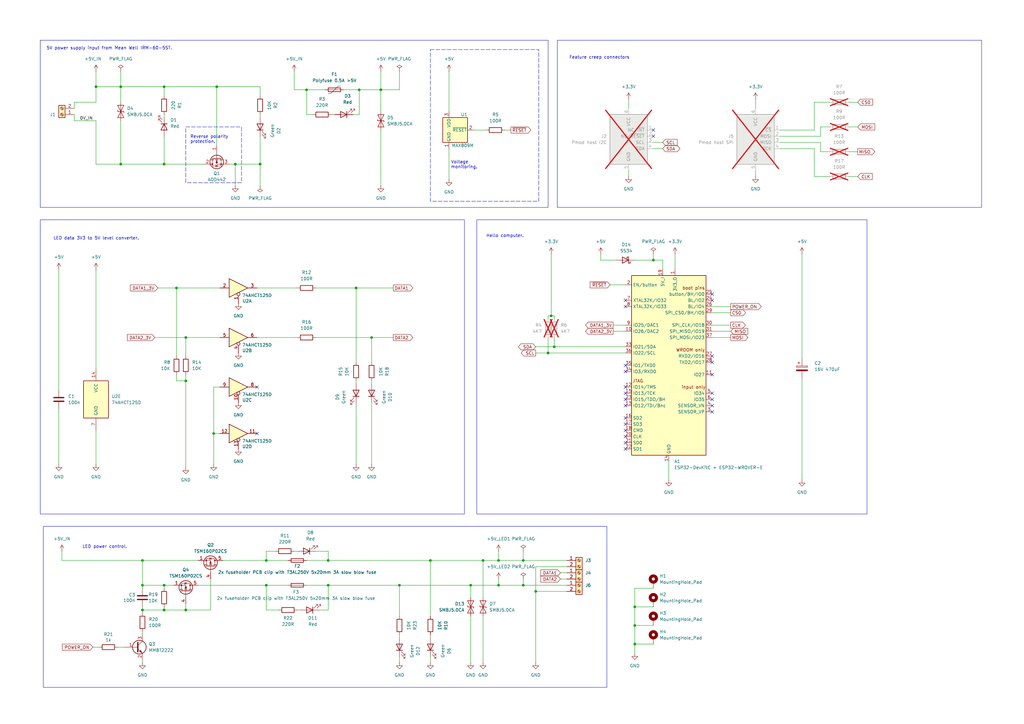
<source format=kicad_sch>
(kicad_sch (version 20231120) (generator "eeschema") (generator_version "8.0")
  (paper "A3")
  (title_block (title "ADLSC, Atoomnet's Digital Led String Controller") (date "2025-01-05") (rev "V1.0") (company "https://github.com/atoomnetmarc/ADLSC") (comment 1 "Apache License 2.0"))
  (junction (at 58.42 229.87))
  (junction (at 156.21 36.83))
  (junction (at 39.37 35.56))
  (junction (at 146.05 118.11))
  (junction (at 72.39 118.11))
  (junction (at 198.12 229.87))
  (junction (at 76.2 156.21))
  (junction (at 109.22 240.03))
  (junction (at 260.35 256.54))
  (junction (at 260.35 248.92))
  (junction (at 67.31 35.56))
  (junction (at 226.06 129.54))
  (junction (at 58.42 250.19))
  (junction (at 152.4 138.43))
  (junction (at 224.79 144.78))
  (junction (at 67.31 67.31))
  (junction (at 260.35 264.16))
  (junction (at 193.04 240.03))
  (junction (at 76.2 138.43))
  (junction (at 106.68 67.31))
  (junction (at 204.47 229.87))
  (junction (at 219.71 242.57))
  (junction (at 96.52 67.31))
  (junction (at 134.62 229.87))
  (junction (at 204.47 240.03))
  (junction (at 49.53 35.56))
  (junction (at 125.73 36.83))
  (junction (at 214.63 240.03))
  (junction (at 214.63 229.87))
  (junction (at 134.62 240.03))
  (junction (at 147.32 36.83))
  (junction (at 109.22 229.87))
  (junction (at 163.83 240.03))
  (junction (at 58.42 240.03))
  (junction (at 76.2 250.19))
  (junction (at 227.33 142.24))
  (junction (at 176.53 229.87))
  (junction (at 267.97 106.68))
  (junction (at 67.31 240.03))
  (junction (at 88.9 35.56))
  (junction (at 67.31 250.19))
  (junction (at 49.53 67.31))
  (junction (at 87.63 177.8))
  (no_connect (at 256.54 166.37))
  (no_connect (at 267.97 55.88))
  (no_connect (at 292.1 161.29))
  (no_connect (at 292.1 146.05))
  (no_connect (at 292.1 148.59))
  (no_connect (at 256.54 184.15))
  (no_connect (at 292.1 168.91))
  (no_connect (at 256.54 123.19))
  (no_connect (at 256.54 161.29))
  (no_connect (at 256.54 181.61))
  (no_connect (at 292.1 123.19))
  (no_connect (at 292.1 166.37))
  (no_connect (at 256.54 158.75))
  (no_connect (at 105.41 177.8))
  (no_connect (at 256.54 163.83))
  (no_connect (at 292.1 153.67))
  (no_connect (at 256.54 152.4))
  (no_connect (at 256.54 149.86))
  (no_connect (at 256.54 179.07))
  (no_connect (at 256.54 171.45))
  (no_connect (at 267.97 53.34))
  (no_connect (at 105.41 158.75))
  (no_connect (at 256.54 176.53))
  (no_connect (at 292.1 163.83))
  (no_connect (at 256.54 125.73))
  (no_connect (at 292.1 120.65))
  (no_connect (at 256.54 173.99))
  (wire (pts (xy 163.83 240.03) (xy 163.83 252.73)))
  (wire (pts (xy 260.35 256.54) (xy 260.35 264.16)))
  (wire (pts (xy 67.31 250.19) (xy 58.42 250.19)))
  (wire (pts (xy 267.97 106.68) (xy 271.78 106.68)))
  (wire (pts (xy 347.98 52.07) (xy 351.79 52.07)))
  (wire (pts (xy 214.63 229.87) (xy 204.47 229.87)))
  (wire (pts (xy 176.53 271.78) (xy 176.53 269.24)))
  (wire (pts (xy 219.71 242.57) (xy 219.71 271.78)))
  (wire (pts (xy 184.15 29.21) (xy 184.15 45.72)))
  (wire (pts (xy 49.53 35.56) (xy 49.53 41.91)))
  (wire (pts (xy 25.4 226.06) (xy 25.4 229.87)))
  (wire (pts (xy 334.01 72.39) (xy 334.01 60.96)))
  (wire (pts (xy 267.97 248.92) (xy 260.35 248.92)))
  (wire (pts (xy 134.62 229.87) (xy 176.53 229.87)))
  (wire (pts (xy 86.36 250.19) (xy 76.2 250.19)))
  (wire (pts (xy 328.93 104.14) (xy 328.93 147.32)))
  (wire (pts (xy 72.39 118.11) (xy 90.17 118.11)))
  (wire (pts (xy 67.31 240.03) (xy 58.42 240.03)))
  (wire (pts (xy 156.21 29.21) (xy 156.21 36.83)))
  (wire (pts (xy 340.36 72.39) (xy 334.01 72.39)))
  (wire (pts (xy 49.53 49.53) (xy 49.53 67.31)))
  (wire (pts (xy 309.88 40.64) (xy 309.88 44.45)))
  (wire (pts (xy 219.71 232.41) (xy 232.41 232.41)))
  (wire (pts (xy 224.79 144.78) (xy 219.71 144.78)))
  (wire (pts (xy 39.37 110.49) (xy 39.37 151.13)))
  (wire (pts (xy 58.42 229.87) (xy 81.28 229.87)))
  (wire (pts (xy 129.54 138.43) (xy 152.4 138.43)))
  (wire (pts (xy 30.48 41.91) (xy 30.48 44.45)))
  (wire (pts (xy 67.31 241.3) (xy 67.31 240.03)))
  (wire (pts (xy 120.65 226.06) (xy 121.92 226.06)))
  (wire (pts (xy 227.33 142.24) (xy 219.71 142.24)))
  (wire (pts (xy 125.73 46.99) (xy 128.27 46.99)))
  (wire (pts (xy 72.39 156.21) (xy 76.2 156.21)))
  (wire (pts (xy 146.05 118.11) (xy 146.05 148.59)))
  (wire (pts (xy 87.63 158.75) (xy 90.17 158.75)))
  (wire (pts (xy 109.22 229.87) (xy 118.11 229.87)))
  (wire (pts (xy 320.04 53.34) (xy 334.01 53.34)))
  (wire (pts (xy 204.47 229.87) (xy 198.12 229.87)))
  (wire (pts (xy 39.37 35.56) (xy 49.53 35.56)))
  (wire (pts (xy 146.05 156.21) (xy 146.05 157.48)))
  (wire (pts (xy 67.31 46.99) (xy 67.31 48.26)))
  (wire (pts (xy 198.12 252.73) (xy 198.12 271.78)))
  (wire (pts (xy 39.37 35.56) (xy 39.37 41.91)))
  (wire (pts (xy 39.37 67.31) (xy 49.53 67.31)))
  (wire (pts (xy 152.4 138.43) (xy 161.29 138.43)))
  (wire (pts (xy 125.73 36.83) (xy 133.35 36.83)))
  (wire (pts (xy 156.21 53.34) (xy 156.21 76.2)))
  (wire (pts (xy 292.1 135.89) (xy 299.72 135.89)))
  (wire (pts (xy 194.31 53.34) (xy 199.39 53.34)))
  (wire (pts (xy 106.68 76.2) (xy 106.68 67.31)))
  (wire (pts (xy 219.71 242.57) (xy 232.41 242.57)))
  (wire (pts (xy 147.32 46.99) (xy 144.78 46.99)))
  (wire (pts (xy 163.83 29.21) (xy 163.83 36.83)))
  (wire (pts (xy 340.36 62.23) (xy 336.55 62.23)))
  (wire (pts (xy 140.97 36.83) (xy 147.32 36.83)))
  (wire (pts (xy 246.38 104.14) (xy 246.38 106.68)))
  (wire (pts (xy 30.48 41.91) (xy 39.37 41.91)))
  (wire (pts (xy 39.37 176.53) (xy 39.37 190.5)))
  (wire (pts (xy 24.13 167.64) (xy 24.13 190.5)))
  (wire (pts (xy 146.05 190.5) (xy 146.05 165.1)))
  (wire (pts (xy 76.2 153.67) (xy 76.2 156.21)))
  (wire (pts (xy 106.68 46.99) (xy 106.68 48.26)))
  (wire (pts (xy 267.97 241.3) (xy 260.35 241.3)))
  (wire (pts (xy 224.79 144.78) (xy 256.54 144.78)))
  (wire (pts (xy 226.06 129.54) (xy 227.33 129.54)))
  (wire (pts (xy 176.53 229.87) (xy 198.12 229.87)))
  (wire (pts (xy 58.42 229.87) (xy 58.42 240.03)))
  (wire (pts (xy 114.3 250.19) (xy 109.22 250.19)))
  (wire (pts (xy 219.71 232.41) (xy 219.71 242.57)))
  (wire (pts (xy 58.42 241.3) (xy 58.42 240.03)))
  (wire (pts (xy 229.87 234.95) (xy 232.41 234.95)))
  (wire (pts (xy 25.4 229.87) (xy 58.42 229.87)))
  (wire (pts (xy 147.32 36.83) (xy 156.21 36.83)))
  (wire (pts (xy 147.32 46.99) (xy 147.32 36.83)))
  (wire (pts (xy 156.21 36.83) (xy 156.21 45.72)))
  (wire (pts (xy 134.62 240.03) (xy 163.83 240.03)))
  (wire (pts (xy 214.63 226.06) (xy 214.63 229.87)))
  (wire (pts (xy 67.31 35.56) (xy 67.31 39.37)))
  (wire (pts (xy 67.31 55.88) (xy 67.31 67.31)))
  (wire (pts (xy 120.65 36.83) (xy 120.65 29.21)))
  (wire (pts (xy 109.22 226.06) (xy 109.22 229.87)))
  (wire (pts (xy 163.83 260.35) (xy 163.83 261.62)))
  (wire (pts (xy 214.63 229.87) (xy 232.41 229.87)))
  (wire (pts (xy 30.48 49.53) (xy 30.48 46.99)))
  (wire (pts (xy 347.98 41.91) (xy 351.79 41.91)))
  (wire (pts (xy 276.86 104.14) (xy 276.86 110.49)))
  (wire (pts (xy 224.79 130.81) (xy 224.79 129.54)))
  (wire (pts (xy 67.31 35.56) (xy 88.9 35.56)))
  (wire (pts (xy 204.47 226.06) (xy 204.47 229.87)))
  (wire (pts (xy 125.73 240.03) (xy 134.62 240.03)))
  (wire (pts (xy 334.01 41.91) (xy 340.36 41.91)))
  (wire (pts (xy 347.98 62.23) (xy 351.79 62.23)))
  (wire (pts (xy 86.36 237.49) (xy 86.36 250.19)))
  (wire (pts (xy 320.04 60.96) (xy 334.01 60.96)))
  (wire (pts (xy 214.63 240.03) (xy 232.41 240.03)))
  (wire (pts (xy 87.63 177.8) (xy 87.63 190.5)))
  (wire (pts (xy 118.11 240.03) (xy 109.22 240.03)))
  (wire (pts (xy 260.35 248.92) (xy 260.35 256.54)))
  (wire (pts (xy 299.72 125.73) (xy 292.1 125.73)))
  (wire (pts (xy 292.1 138.43) (xy 299.72 138.43)))
  (wire (pts (xy 63.5 138.43) (xy 76.2 138.43)))
  (wire (pts (xy 81.28 240.03) (xy 109.22 240.03)))
  (wire (pts (xy 72.39 153.67) (xy 72.39 156.21)))
  (wire (pts (xy 292.1 128.27) (xy 299.72 128.27)))
  (wire (pts (xy 58.42 270.51) (xy 58.42 271.78)))
  (wire (pts (xy 125.73 229.87) (xy 134.62 229.87)))
  (wire (pts (xy 105.41 118.11) (xy 121.92 118.11)))
  (wire (pts (xy 193.04 252.73) (xy 193.04 271.78)))
  (wire (pts (xy 39.37 49.53) (xy 30.48 49.53)))
  (wire (pts (xy 193.04 245.11) (xy 193.04 240.03)))
  (wire (pts (xy 204.47 240.03) (xy 193.04 240.03)))
  (wire (pts (xy 96.52 67.31) (xy 96.52 76.2)))
  (wire (pts (xy 163.83 240.03) (xy 193.04 240.03)))
  (wire (pts (xy 267.97 264.16) (xy 260.35 264.16)))
  (wire (pts (xy 146.05 118.11) (xy 161.29 118.11)))
  (wire (pts (xy 129.54 226.06) (xy 134.62 226.06)))
  (wire (pts (xy 49.53 35.56) (xy 67.31 35.56)))
  (wire (pts (xy 224.79 138.43) (xy 224.79 144.78)))
  (wire (pts (xy 121.92 250.19) (xy 123.19 250.19)))
  (wire (pts (xy 134.62 226.06) (xy 134.62 229.87)))
  (wire (pts (xy 184.15 60.96) (xy 184.15 73.66)))
  (wire (pts (xy 76.2 247.65) (xy 76.2 250.19)))
  (wire (pts (xy 76.2 250.19) (xy 67.31 250.19)))
  (wire (pts (xy 106.68 55.88) (xy 106.68 67.31)))
  (wire (pts (xy 67.31 248.92) (xy 67.31 250.19)))
  (wire (pts (xy 251.46 133.35) (xy 256.54 133.35)))
  (wire (pts (xy 91.44 229.87) (xy 109.22 229.87)))
  (wire (pts (xy 246.38 106.68) (xy 252.73 106.68)))
  (wire (pts (xy 320.04 58.42) (xy 336.55 58.42)))
  (wire (pts (xy 106.68 35.56) (xy 106.68 39.37)))
  (wire (pts (xy 152.4 148.59) (xy 152.4 138.43)))
  (wire (pts (xy 76.2 138.43) (xy 90.17 138.43)))
  (wire (pts (xy 336.55 52.07) (xy 336.55 55.88)))
  (wire (pts (xy 229.87 237.49) (xy 232.41 237.49)))
  (wire (pts (xy 38.1 265.43) (xy 40.64 265.43)))
  (wire (pts (xy 58.42 251.46) (xy 58.42 250.19)))
  (wire (pts (xy 24.13 110.49) (xy 24.13 160.02)))
  (wire (pts (xy 176.53 260.35) (xy 176.53 261.62)))
  (wire (pts (xy 267.97 104.14) (xy 267.97 106.68)))
  (wire (pts (xy 226.06 104.14) (xy 226.06 129.54)))
  (wire (pts (xy 292.1 133.35) (xy 299.72 133.35)))
  (wire (pts (xy 227.33 138.43) (xy 227.33 142.24)))
  (wire (pts (xy 204.47 237.49) (xy 204.47 240.03)))
  (wire (pts (xy 152.4 156.21) (xy 152.4 157.48)))
  (wire (pts (xy 257.81 69.85) (xy 257.81 72.39)))
  (wire (pts (xy 336.55 62.23) (xy 336.55 58.42)))
  (wire (pts (xy 130.81 250.19) (xy 134.62 250.19)))
  (wire (pts (xy 257.81 40.64) (xy 257.81 44.45)))
  (wire (pts (xy 309.88 69.85) (xy 309.88 72.39)))
  (wire (pts (xy 67.31 67.31) (xy 83.82 67.31)))
  (wire (pts (xy 39.37 67.31) (xy 39.37 49.53)))
  (wire (pts (xy 163.83 271.78) (xy 163.83 269.24)))
  (wire (pts (xy 224.79 129.54) (xy 226.06 129.54)))
  (wire (pts (xy 347.98 72.39) (xy 351.79 72.39)))
  (wire (pts (xy 260.35 241.3) (xy 260.35 248.92)))
  (wire (pts (xy 271.78 106.68) (xy 271.78 110.49)))
  (wire (pts (xy 76.2 146.05) (xy 76.2 138.43)))
  (wire (pts (xy 49.53 29.21) (xy 49.53 35.56)))
  (wire (pts (xy 163.83 36.83) (xy 156.21 36.83)))
  (wire (pts (xy 39.37 35.56) (xy 39.37 29.21)))
  (wire (pts (xy 334.01 53.34) (xy 334.01 41.91)))
  (wire (pts (xy 125.73 36.83) (xy 125.73 46.99)))
  (wire (pts (xy 87.63 158.75) (xy 87.63 177.8)))
  (wire (pts (xy 58.42 260.35) (xy 58.42 259.08)))
  (wire (pts (xy 135.89 46.99) (xy 137.16 46.99)))
  (wire (pts (xy 88.9 35.56) (xy 106.68 35.56)))
  (wire (pts (xy 152.4 190.5) (xy 152.4 165.1)))
  (wire (pts (xy 260.35 264.16) (xy 260.35 267.97)))
  (wire (pts (xy 134.62 250.19) (xy 134.62 240.03)))
  (wire (pts (xy 250.19 116.84) (xy 256.54 116.84)))
  (wire (pts (xy 113.03 226.06) (xy 109.22 226.06)))
  (wire (pts (xy 267.97 256.54) (xy 260.35 256.54)))
  (wire (pts (xy 120.65 36.83) (xy 125.73 36.83)))
  (wire (pts (xy 251.46 135.89) (xy 256.54 135.89)))
  (wire (pts (xy 87.63 177.8) (xy 90.17 177.8)))
  (wire (pts (xy 320.04 55.88) (xy 336.55 55.88)))
  (wire (pts (xy 129.54 118.11) (xy 146.05 118.11)))
  (wire (pts (xy 207.01 53.34) (xy 209.55 53.34)))
  (wire (pts (xy 260.35 106.68) (xy 267.97 106.68)))
  (wire (pts (xy 267.97 60.96) (xy 271.78 60.96)))
  (wire (pts (xy 227.33 129.54) (xy 227.33 130.81)))
  (wire (pts (xy 88.9 35.56) (xy 88.9 59.69)))
  (wire (pts (xy 198.12 245.11) (xy 198.12 229.87)))
  (wire (pts (xy 58.42 250.19) (xy 58.42 248.92)))
  (wire (pts (xy 328.93 154.94) (xy 328.93 196.85)))
  (wire (pts (xy 340.36 52.07) (xy 336.55 52.07)))
  (wire (pts (xy 64.77 118.11) (xy 72.39 118.11)))
  (wire (pts (xy 48.26 265.43) (xy 50.8 265.43)))
  (wire (pts (xy 214.63 237.49) (xy 214.63 240.03)))
  (wire (pts (xy 274.32 189.23) (xy 274.32 196.85)))
  (wire (pts (xy 49.53 67.31) (xy 67.31 67.31)))
  (wire (pts (xy 105.41 138.43) (xy 121.92 138.43)))
  (wire (pts (xy 72.39 118.11) (xy 72.39 146.05)))
  (wire (pts (xy 109.22 250.19) (xy 109.22 240.03)))
  (wire (pts (xy 71.12 240.03) (xy 67.31 240.03)))
  (wire (pts (xy 214.63 240.03) (xy 204.47 240.03)))
  (wire (pts (xy 106.68 67.31) (xy 96.52 67.31)))
  (wire (pts (xy 93.98 67.31) (xy 96.52 67.31)))
  (wire (pts (xy 267.97 58.42) (xy 271.78 58.42)))
  (wire (pts (xy 176.53 229.87) (xy 176.53 252.73)))
  (wire (pts (xy 76.2 156.21) (xy 76.2 191.77)))
  (wire (pts (xy 227.33 142.24) (xy 256.54 142.24)))
  (rectangle (start 17.78 215.9) (end 248.92 281.94))
  (rectangle (start 176.53 20.32) (end 220.98 82.55) (stroke (width 0) (type dash)))
  (rectangle (start 76.2 52.07) (end 99.06 74.93) (stroke (width 0) (type dash)))
  (rectangle (start 195.58 90.17) (end 355.6 210.82))
  (rectangle (start 16.51 16.51) (end 224.79 85.09))
  (rectangle (start 228.6 16.51) (end 402.59 85.09))
  (rectangle (start 16.51 90.17) (end 190.5 210.82))
  (text "Voltage\nmonitoring." (at 184.912 69.342 0) (effects (font (size 1.27 1.27)) (justify left bottom)))
  (text "LED power control.\n" (at 33.782 225.044 0) (effects (font (size 1.27 1.27)) (justify left bottom)))
  (text "5V power supply input from Mean Well IRM-60-5ST.\n" (at 19.05 20.574 0) (effects (font (size 1.27 1.27)) (justify left bottom)))
  (text "LED data 3V3 to 5V level converter." (at 21.844 98.552 0) (effects (font (size 1.27 1.27)) (justify left bottom)))
  (text "Reverse polarity\nprotection." (at 77.978 58.928 0) (effects (font (size 1.27 1.27)) (justify left bottom)))
  (text "Feature creep connectors" (at 233.426 24.384 0) (effects (font (size 1.27 1.27)) (justify left bottom)))
  (text "Hello computer." (at 199.39 97.536 0) (effects (font (size 1.27 1.27)) (justify left bottom)))
  (label "0V_IN" (at 38.1 49.53 180))
  (global_label "MISO" (shape input) (at 299.72 135.89 0) (property "Intersheetrefs" "${INTERSHEET_REFS}" (effects (hide yes))))
  (global_label "CS0" (shape input) (at 351.79 41.91 0) (property "Intersheetrefs" "${INTERSHEET_REFS}" (effects (hide yes))))
  (global_label "DATA2" (shape input) (at 229.87 237.49 180) (property "Intersheetrefs" "${INTERSHEET_REFS}" (effects (hide yes))))
  (global_label "DATA2" (shape output) (at 161.29 138.43 0) (property "Intersheetrefs" "${INTERSHEET_REFS}" (effects (hide yes))))
  (global_label "SCL" (shape output) (at 219.71 144.78 180) (property "Intersheetrefs" "${INTERSHEET_REFS}" (effects (hide yes))))
  (global_label "CLK" (shape input) (at 351.79 72.39 0) (property "Intersheetrefs" "${INTERSHEET_REFS}" (effects (hide yes))))
  (global_label "MOSI" (shape output) (at 299.72 138.43 0) (property "Intersheetrefs" "${INTERSHEET_REFS}" (effects (hide yes))))
  (global_label "~{RESET}" (shape input) (at 250.19 116.84 180) (property "Intersheetrefs" "${INTERSHEET_REFS}" (effects (hide yes))))
  (global_label "~{RESET}" (shape output) (at 209.55 53.34 0) (property "Intersheetrefs" "${INTERSHEET_REFS}" (effects (hide yes))))
  (global_label "DATA2_3V" (shape output) (at 251.46 135.89 180) (property "Intersheetrefs" "${INTERSHEET_REFS}" (effects (hide yes))))
  (global_label "POWER_ON" (shape output) (at 299.72 125.73 0) (property "Intersheetrefs" "${INTERSHEET_REFS}" (effects (hide yes))))
  (global_label "CS0" (shape output) (at 299.72 128.27 0) (property "Intersheetrefs" "${INTERSHEET_REFS}" (effects (hide yes))))
  (global_label "DATA1" (shape input) (at 229.87 234.95 180) (property "Intersheetrefs" "${INTERSHEET_REFS}" (effects (hide yes))))
  (global_label "MOSI" (shape input) (at 351.79 52.07 0) (property "Intersheetrefs" "${INTERSHEET_REFS}" (effects (hide yes))))
  (global_label "SDA" (shape bidirectional) (at 219.71 142.24 180) (property "Intersheetrefs" "${INTERSHEET_REFS}" (effects (hide yes))))
  (global_label "POWER_ON" (shape input) (at 38.1 265.43 180) (property "Intersheetrefs" "${INTERSHEET_REFS}" (effects (hide yes))))
  (global_label "MISO" (shape output) (at 351.79 62.23 0) (property "Intersheetrefs" "${INTERSHEET_REFS}" (effects (hide yes))))
  (global_label "SCL" (shape input) (at 271.78 58.42 0) (property "Intersheetrefs" "${INTERSHEET_REFS}" (effects (hide yes))))
  (global_label "CLK" (shape output) (at 299.72 133.35 0) (property "Intersheetrefs" "${INTERSHEET_REFS}" (effects (hide yes))))
  (global_label "DATA1_3V" (shape output) (at 251.46 133.35 180) (property "Intersheetrefs" "${INTERSHEET_REFS}" (effects (hide yes))))
  (global_label "SDA" (shape bidirectional) (at 271.78 60.96 0) (property "Intersheetrefs" "${INTERSHEET_REFS}" (effects (hide yes))))
  (global_label "DATA2_3V" (shape input) (at 63.5 138.43 180) (property "Intersheetrefs" "${INTERSHEET_REFS}" (effects (hide yes))))
  (global_label "DATA1" (shape output) (at 161.29 118.11 0) (property "Intersheetrefs" "${INTERSHEET_REFS}" (effects (hide yes))))
  (global_label "DATA1_3V" (shape input) (at 64.77 118.11 180) (property "Intersheetrefs" "${INTERSHEET_REFS}" (effects (hide yes))))
  (symbol (lib_id "power:GND") (at 309.88 72.39 0) (unit 1)
    (property "Reference" "#PWR015" (effects (hide yes)))
    (property "Value" "GND" (at 309.88 77.47 0))
    (property "Description" "Power symbol creates a global label with name \"GND\" , ground" (effects (hide yes)))
  )
  (symbol (lib_id "Mechanical:MountingHole_Pad") (at 267.97 246.38 0) (unit 1) (exclude_from_sim yes) (in_bom no)
    (property "Reference" "H2" (at 270.51 243.8399 0) (effects (justify left)))
    (property "Value" "MountingHole_Pad" (at 270.51 246.3799 0) (effects (justify left)))
    (property "Footprint" "MountingHole:MountingHole_3.2mm_M3_Pad_Via" (effects (hide yes)))
    (property "Description" "Mounting Hole with connection" (effects (hide yes)))
  )
  (symbol (lib_id "power:GND") (at 87.63 190.5 0) (unit 1)
    (property "Reference" "#PWR07" (effects (hide yes)))
    (property "Value" "GND" (at 87.63 195.58 0))
    (property "Description" "Power symbol creates a global label with name \"GND\" , ground" (effects (hide yes)))
  )
  (symbol (lib_id "Device:C") (at 24.13 163.83 0) (unit 1)
    (property "Reference" "C1" (at 27.94 162.56 0) (effects (justify left)))
    (property "Value" "100n" (at 27.94 165.1 0) (effects (justify left)))
    (property "Footprint" "Capacitor_SMD:C_0805_2012Metric_Pad1.18x1.45mm_HandSolder" (effects (hide yes)))
    (property "Description" "Unpolarized capacitor" (effects (hide yes)))
  )
  (symbol (lib_id "Device:R") (at 116.84 226.06 90) (unit 1)
    (property "Reference" "R11" (at 116.84 219.71 90))
    (property "Value" "220R" (at 116.84 222.25 90))
    (property "Footprint" "Resistor_SMD:R_0805_2012Metric_Pad1.20x1.40mm_HandSolder" (effects (hide yes)))
    (property "Description" "Resistor" (effects (hide yes)))
  )
  (symbol (lib_id "power:+5V") (at 120.65 29.21 0) (unit 1)
    (property "Reference" "#PWR023" (effects (hide yes)))
    (property "Value" "+5V_IN" (at 120.65 24.13 0))
    (property "Description" "Power symbol creates a global label with name \"+5V\"" (effects (hide yes)))
  )
  (symbol (lib_id "power:GND") (at 328.93 196.85 0) (unit 1)
    (property "Reference" "#PWR026" (effects (hide yes)))
    (property "Value" "GND" (at 328.93 201.93 0))
    (property "Description" "Power symbol creates a global label with name \"GND\" , ground" (effects (hide yes)))
  )
  (symbol (lib_id "power:+3.3V") (at 257.81 40.64 0) (mirror y) (unit 1)
    (property "Reference" "#PWR016" (effects (hide yes)))
    (property "Value" "+3.3V" (at 257.81 35.56 0))
    (property "Description" "Power symbol creates a global label with name \"+3.3V\"" (effects (hide yes)))
  )
  (symbol (lib_id "74xx:74LS125") (at 97.79 177.8 0) (unit 4)
    (property "Reference" "U2" (at 101.346 183.134 0))
    (property "Value" "74AHCT125D" (at 105.41 180.848 0))
    (property "Footprint" "Package_SO:SOIC-14_3.9x8.7mm_P1.27mm" (effects (hide yes)))
    (property "Datasheet" "http://www.ti.com/lit/gpn/sn74LS125" (effects (hide yes)))
    (property "Description" "Quad buffer 3-State outputs" (effects (hide yes)))
  )
  (symbol (lib_id "power:GND") (at 146.05 190.5 0) (mirror y) (unit 1)
    (property "Reference" "#PWR018" (effects (hide yes)))
    (property "Value" "GND" (at 146.05 195.58 0))
    (property "Description" "Power symbol creates a global label with name \"GND\" , ground" (effects (hide yes)))
  )
  (symbol (lib_id "Transistor_FET:QM6006D") (at 88.9 64.77 90) (mirror x) (unit 1)
    (property "Reference" "Q1" (at 88.9 71.12 90))
    (property "Value" "AOD442" (at 88.9 73.66 90))
    (property "Footprint" "Package_TO_SOT_SMD:TO-252-2" (effects (hide yes)))
    (property "Datasheet" "http://www.jaolen.com/images/pdf/QM6006D.pdf" (effects (hide yes)))
    (property "Description" "35A Id, 60V Vds, N-Channel Power MOSFET, 18mOhm Ron, 19.3nC Qg (typ), TO252" (effects (hide yes)))
    (property "Sim.Device" "NMOS" (effects (hide yes)))
    (property "Sim.Type" "VDMOS" (effects (hide yes)))
    (property "Sim.Pins" "1=D 2=G 3=S" (effects (hide yes)))
  )
  (symbol (lib_id "power:+5V") (at 204.47 226.06 0) (mirror y) (unit 1)
    (property "Reference" "#PWR038" (effects (hide yes)))
    (property "Value" "+5V_LED1" (at 204.47 220.98 0))
    (property "Description" "Power symbol creates a global label with name \"+5V\"" (effects (hide yes)))
  )
  (symbol (lib_id "power:+5V") (at 246.38 104.14 0) (unit 1)
    (property "Reference" "#PWR025" (effects (hide yes)))
    (property "Value" "+5V" (at 246.38 99.06 0))
    (property "Description" "Power symbol creates a global label with name \"+5V\"" (effects (hide yes)))
  )
  (symbol (lib_id "Device:R") (at 203.2 53.34 90) (unit 1)
    (property "Reference" "R5" (at 203.2 46.99 90))
    (property "Value" "100R" (at 203.2 49.53 90))
    (property "Footprint" "Resistor_SMD:R_0805_2012Metric_Pad1.20x1.40mm_HandSolder" (effects (hide yes)))
    (property "Description" "Resistor" (effects (hide yes)))
  )
  (symbol (lib_id "power:+5V") (at 156.21 29.21 0) (unit 1)
    (property "Reference" "#PWR034" (effects (hide yes)))
    (property "Value" "+5V" (at 156.21 24.13 0))
    (property "Description" "Power symbol creates a global label with name \"+5V\"" (effects (hide yes)))
  )
  (symbol (lib_id "Device:R") (at 132.08 46.99 90) (unit 1)
    (property "Reference" "R3" (at 132.08 40.64 90))
    (property "Value" "220R" (at 132.08 43.18 90))
    (property "Footprint" "Resistor_SMD:R_0805_2012Metric_Pad1.20x1.40mm_HandSolder" (effects (hide yes)))
    (property "Description" "Resistor" (effects (hide yes)))
  )
  (symbol (lib_id "Device:Polyfuse") (at 137.16 36.83 90) (unit 1)
    (property "Reference" "F1" (at 137.16 30.48 90))
    (property "Value" "Polyfuse 0.5A >5V" (at 137.16 33.02 90))
    (property "Footprint" "Fuse:Fuse_1812_4532Metric_Pad1.30x3.40mm_HandSolder" (effects (hide yes)))
    (property "Description" "Resettable fuse, polymeric positive temperature coefficient" (effects (hide yes)))
  )
  (symbol (lib_id "power:GND") (at 152.4 190.5 0) (unit 1)
    (property "Reference" "#PWR019" (effects (hide yes)))
    (property "Value" "GND" (at 152.4 195.58 0))
    (property "Description" "Power symbol creates a global label with name \"GND\" , ground" (effects (hide yes)))
  )
  (symbol (lib_id "Device:R") (at 163.83 256.54 0) (unit 1)
    (property "Reference" "R23" (at 170.18 256.54 90))
    (property "Value" "10K" (at 167.64 256.54 90))
    (property "Footprint" "Resistor_SMD:R_0805_2012Metric_Pad1.20x1.40mm_HandSolder" (effects (hide yes)))
    (property "Description" "Resistor" (effects (hide yes)))
  )
  (symbol (lib_id "Connector-extra:Pmod-host-i2c") (at 257.81 57.15 0) (mirror y) (unit 1) (in_bom no) (dnp yes)
    (property "Reference" "J2" (at 248.92 55.8799 0) (effects (justify left)))
    (property "Value" "Pmod host I2C" (at 248.92 58.4199 0) (effects (justify left)))
    (property "Footprint" "Connector_PinSocket_2.54mm-extra:PinSocket_1x06_P2.54mm_Horizontal" (effects (hide yes)))
    (property "Datasheet" "https://digilent.com/reference/pmod/start" (effects (hide yes)))
    (property "Description" "Pmod Interface Type 6 (I²C) host" (effects (hide yes)))
  )
  (symbol (lib_id "Device:C") (at 58.42 245.11 0) (mirror y) (unit 1)
    (property "Reference" "C3" (at 55.499 243.9416 0) (effects (justify left)))
    (property "Value" "100n" (at 55.499 246.253 0) (effects (justify left)))
    (property "Footprint" "Capacitor_SMD:C_0805_2012Metric_Pad1.18x1.45mm_HandSolder" (effects (hide yes)))
    (property "Description" "Unpolarized capacitor" (effects (hide yes)))
  )
  (symbol (lib_id "Device:R") (at 125.73 138.43 90) (unit 1)
    (property "Reference" "R16" (at 125.73 132.08 90))
    (property "Value" "100R" (at 125.73 134.62 90))
    (property "Footprint" "Resistor_SMD:R_0805_2012Metric_Pad1.20x1.40mm_HandSolder" (effects (hide yes)))
    (property "Description" "Resistor" (effects (hide yes)))
  )
  (symbol (lib_id "Diode:SMAJ5.0CA") (at 49.53 45.72 270) (unit 1)
    (property "Reference" "D4" (at 52.07 44.4499 90) (effects (justify left)))
    (property "Value" "SMBJ5.0CA" (at 52.07 46.9899 90) (effects (justify left)))
    (property "Footprint" "Diode_SMD:D_SMA" (effects (hide yes)))
    (property "Datasheet" "https://www.littelfuse.com/media?resourcetype=datasheets&itemid=75e32973-b177-4ee3-a0ff-cedaf1abdb93&filename=smaj-datasheet" (effects (hide yes)))
    (property "Description" "400W bidirectional Transient Voltage Suppressor, 5.0Vr, SMA(DO-214AC)" (effects (hide yes)))
  )
  (symbol (lib_id "power:GND") (at 156.21 76.2 0) (unit 1)
    (property "Reference" "#PWR035" (effects (hide yes)))
    (property "Value" "GND" (at 156.21 81.28 0))
    (property "Description" "Power symbol creates a global label with name \"GND\" , ground" (effects (hide yes)))
  )
  (symbol (lib_id "power:+5V") (at 328.93 104.14 0) (unit 1)
    (property "Reference" "#PWR024" (effects (hide yes)))
    (property "Value" "+5V" (at 328.93 99.06 0))
    (property "Description" "Power symbol creates a global label with name \"+5V\"" (effects (hide yes)))
  )
  (symbol (lib_id "Device:LED") (at 176.53 265.43 90) (unit 1)
    (property "Reference" "D6" (at 184.15 267.0175 0))
    (property "Value" "Green" (at 181.61 267.0175 0))
    (property "Footprint" "LED_SMD:LED_0805_2012Metric_Pad1.15x1.40mm_HandSolder" (effects (hide yes)))
    (property "Description" "Light emitting diode" (effects (hide yes)))
  )
  (symbol (lib_id "Device:C_Polarized") (at 328.93 151.13 0) (unit 1)
    (property "Reference" "C2" (at 334.01 148.971 0) (effects (justify left)))
    (property "Value" "16V 470uF" (at 334.01 151.511 0) (effects (justify left)))
    (property "Footprint" "Capacitor_SMD:CP_Elec_10x10.5" (effects (hide yes)))
    (property "Description" "Polarized capacitor" (effects (hide yes)))
  )
  (symbol (lib_id "Device:LED") (at 127 250.19 180) (unit 1)
    (property "Reference" "D11" (at 128.27 253.492 0))
    (property "Value" "Red" (at 128.27 256.032 0))
    (property "Footprint" "LED_SMD:LED_0805_2012Metric_Pad1.15x1.40mm_HandSolder" (effects (hide yes)))
    (property "Description" "Light emitting diode" (effects (hide yes)))
  )
  (symbol (lib_id "power:GND") (at 260.35 267.97 0) (unit 1)
    (property "Reference" "#PWR021" (effects (hide yes)))
    (property "Value" "GND" (at 260.35 273.05 0))
    (property "Description" "Power symbol creates a global label with name \"GND\" , ground" (effects (hide yes)))
  )
  (symbol (lib_id "power:GND") (at 97.79 184.15 0) (unit 1)
    (property "Reference" "#PWR013" (effects (hide yes)))
    (property "Value" "GND" (at 97.79 189.23 0))
    (property "Description" "Power symbol creates a global label with name \"GND\" , ground" (effects (hide yes)))
  )
  (symbol (lib_id "Device:R") (at 344.17 62.23 90) (unit 1) (in_bom no) (dnp yes)
    (property "Reference" "R13" (at 344.17 55.88 90))
    (property "Value" "100R" (at 344.17 58.42 90))
    (property "Footprint" "Resistor_SMD:R_0805_2012Metric_Pad1.20x1.40mm_HandSolder" (effects (hide yes)))
    (property "Description" "Resistor" (effects (hide yes)))
  )
  (symbol (lib_id "Diode:SMAJ5.0CA") (at 193.04 248.92 90) (unit 1)
    (property "Reference" "D13" (at 190.5 247.6499 90) (effects (justify left)))
    (property "Value" "SMBJ5.0CA" (at 190.5 250.1899 90) (effects (justify left)))
    (property "Footprint" "Diode_SMD:D_SMA" (effects (hide yes)))
    (property "Datasheet" "https://www.littelfuse.com/media?resourcetype=datasheets&itemid=75e32973-b177-4ee3-a0ff-cedaf1abdb93&filename=smaj-datasheet" (effects (hide yes)))
    (property "Description" "400W bidirectional Transient Voltage Suppressor, 5.0Vr, SMA(DO-214AC)" (effects (hide yes)))
  )
  (symbol (lib_id "Connector-extra:Pmod-host-spi") (at 309.88 57.15 0) (mirror y) (unit 1) (in_bom no) (dnp yes)
    (property "Reference" "J5" (at 300.99 55.8799 0) (effects (justify left)))
    (property "Value" "Pmod host SPI" (at 300.99 58.4199 0) (effects (justify left)))
    (property "Footprint" "Connector_PinSocket_2.54mm-extra:PinSocket_1x06_P2.54mm_Horizontal" (effects (hide yes)))
    (property "Datasheet" "https://digilent.com/reference/pmod/start" (effects (hide yes)))
    (property "Description" "Pmod Interface Type 2 (SPI) host" (effects (hide yes)))
  )
  (symbol (lib_id "power:GND") (at 97.79 165.1 0) (unit 1)
    (property "Reference" "#PWR012" (effects (hide yes)))
    (property "Value" "GND" (at 97.79 170.18 0))
    (property "Description" "Power symbol creates a global label with name \"GND\" , ground" (effects (hide yes)))
  )
  (symbol (lib_id "power:+5V") (at 25.4 226.06 0) (mirror y) (unit 1)
    (property "Reference" "#PWR03" (effects (hide yes)))
    (property "Value" "+5V_IN" (at 25.4 220.98 0))
    (property "Description" "Power symbol creates a global label with name \"+5V\"" (effects (hide yes)))
  )
  (symbol (lib_id "74xx:74LS125") (at 97.79 138.43 0) (unit 2)
    (property "Reference" "U2" (at 101.346 143.764 0))
    (property "Value" "74AHCT125D" (at 105.41 141.478 0))
    (property "Footprint" "Package_SO:SOIC-14_3.9x8.7mm_P1.27mm" (effects (hide yes)))
    (property "Datasheet" "http://www.ti.com/lit/gpn/sn74LS125" (effects (hide yes)))
    (property "Description" "Quad buffer 3-State outputs" (effects (hide yes)))
  )
  (symbol (lib_id "Device:R") (at 176.53 256.54 0) (unit 1)
    (property "Reference" "R10" (at 182.88 256.54 90))
    (property "Value" "10K" (at 180.34 256.54 90))
    (property "Footprint" "Resistor_SMD:R_0805_2012Metric_Pad1.20x1.40mm_HandSolder" (effects (hide yes)))
    (property "Description" "Resistor" (effects (hide yes)))
  )
  (symbol (lib_id "power:+5V") (at 24.13 110.49 0) (unit 1)
    (property "Reference" "#PWR01" (effects (hide yes)))
    (property "Value" "+5V" (at 24.13 105.41 0))
    (property "Description" "Power symbol creates a global label with name \"+5V\"" (effects (hide yes)))
  )
  (symbol (lib_id "Device:R") (at 44.45 265.43 270) (unit 1)
    (property "Reference" "R21" (at 44.45 260.1722 90))
    (property "Value" "1k" (at 44.45 262.4836 90))
    (property "Footprint" "Resistor_SMD:R_0805_2012Metric_Pad1.20x1.40mm_HandSolder" (effects (hide yes)))
    (property "Description" "Resistor" (effects (hide yes)))
  )
  (symbol (lib_id "Device:R") (at 344.17 72.39 90) (unit 1) (in_bom no) (dnp yes)
    (property "Reference" "R17" (at 344.17 66.04 90))
    (property "Value" "100R" (at 344.17 68.58 90))
    (property "Footprint" "Resistor_SMD:R_0805_2012Metric_Pad1.20x1.40mm_HandSolder" (effects (hide yes)))
    (property "Description" "Resistor" (effects (hide yes)))
  )
  (symbol (lib_id "Device:R") (at 67.31 43.18 0) (unit 1)
    (property "Reference" "R1" (at 73.66 43.18 90))
    (property "Value" "220" (at 71.12 43.18 90))
    (property "Footprint" "Resistor_SMD:R_0805_2012Metric_Pad1.20x1.40mm_HandSolder" (effects (hide yes)))
    (property "Description" "Resistor" (effects (hide yes)))
  )
  (symbol (lib_id "74xx:74LS125") (at 97.79 158.75 0) (unit 3)
    (property "Reference" "U2" (at 101.346 164.084 0))
    (property "Value" "74AHCT125D" (at 105.41 161.798 0))
    (property "Footprint" "Package_SO:SOIC-14_3.9x8.7mm_P1.27mm" (effects (hide yes)))
    (property "Datasheet" "http://www.ti.com/lit/gpn/sn74LS125" (effects (hide yes)))
    (property "Description" "Quad buffer 3-State outputs" (effects (hide yes)))
  )
  (symbol (lib_id "power:GND") (at 193.04 271.78 0) (unit 1)
    (property "Reference" "#PWR036" (effects (hide yes)))
    (property "Value" "GND" (at 193.04 276.86 0))
    (property "Description" "Power symbol creates a global label with name \"GND\" , ground" (effects (hide yes)))
  )
  (symbol (lib_id "power:GND") (at 219.71 271.78 0) (unit 1)
    (property "Reference" "#PWR040" (effects (hide yes)))
    (property "Value" "GND" (at 219.71 276.86 0))
    (property "Description" "Power symbol creates a global label with name \"GND\" , ground" (effects (hide yes)))
  )
  (symbol (lib_id "Diode:SMAJ5.0CA") (at 198.12 248.92 90) (unit 1)
    (property "Reference" "D7" (at 200.66 247.6499 90) (effects (justify right)))
    (property "Value" "SMBJ5.0CA" (at 200.66 250.1899 90) (effects (justify right)))
    (property "Footprint" "Diode_SMD:D_SMA" (effects (hide yes)))
    (property "Datasheet" "https://www.littelfuse.com/media?resourcetype=datasheets&itemid=75e32973-b177-4ee3-a0ff-cedaf1abdb93&filename=smaj-datasheet" (effects (hide yes)))
    (property "Description" "400W bidirectional Transient Voltage Suppressor, 5.0Vr, SMA(DO-214AC)" (effects (hide yes)))
  )
  (symbol (lib_id "Mechanical:MountingHole_Pad") (at 267.97 238.76 0) (unit 1) (exclude_from_sim yes) (in_bom no)
    (property "Reference" "H1" (at 270.51 236.2199 0) (effects (justify left)))
    (property "Value" "MountingHole_Pad" (at 270.51 238.7599 0) (effects (justify left)))
    (property "Footprint" "MountingHole:MountingHole_3.2mm_M3_Pad_Via" (effects (hide yes)))
    (property "Description" "Mounting Hole with connection" (effects (hide yes)))
  )
  (symbol (lib_id "Device:LED") (at 67.31 52.07 270) (unit 1)
    (property "Reference" "D1" (at 69.85 49.2124 90) (effects (justify left)))
    (property "Value" "Red" (at 69.85 51.7524 90) (effects (justify left)))
    (property "Footprint" "LED_SMD:LED_0805_2012Metric_Pad1.15x1.40mm_HandSolder" (effects (hide yes)))
    (property "Description" "Light emitting diode" (effects (hide yes)))
  )
  (symbol (lib_id "Device:R") (at 58.42 255.27 180) (unit 1)
    (property "Reference" "R20" (at 60.96 253.9999 0) (effects (justify right)))
    (property "Value" "100R" (at 60.96 256.5399 0) (effects (justify right)))
    (property "Footprint" "Resistor_SMD:R_0805_2012Metric_Pad1.20x1.40mm_HandSolder" (effects (hide yes)))
    (property "Description" "Resistor" (effects (hide yes)))
  )
  (symbol (lib_id "Device:LED") (at 152.4 161.29 90) (unit 1)
    (property "Reference" "D10" (at 160.02 162.8775 0))
    (property "Value" "Green" (at 157.48 162.8775 0))
    (property "Footprint" "LED_SMD:LED_0805_2012Metric_Pad1.15x1.40mm_HandSolder" (effects (hide yes)))
    (property "Description" "Light emitting diode" (effects (hide yes)))
  )
  (symbol (lib_id "Device:R") (at 344.17 52.07 90) (unit 1) (in_bom no) (dnp yes)
    (property "Reference" "R9" (at 344.17 45.72 90))
    (property "Value" "100R" (at 344.17 48.26 90))
    (property "Footprint" "Resistor_SMD:R_0805_2012Metric_Pad1.20x1.40mm_HandSolder" (effects (hide yes)))
    (property "Description" "Resistor" (effects (hide yes)))
  )
  (symbol (lib_id "Diode:SMAJ5.0CA") (at 156.21 49.53 90) (unit 1)
    (property "Reference" "D5" (at 158.75 48.2599 90) (effects (justify right)))
    (property "Value" "SMBJ5.0CA" (at 158.75 50.7999 90) (effects (justify right)))
    (property "Footprint" "Diode_SMD:D_SMA" (effects (hide yes)))
    (property "Datasheet" "https://www.littelfuse.com/media?resourcetype=datasheets&itemid=75e32973-b177-4ee3-a0ff-cedaf1abdb93&filename=smaj-datasheet" (effects (hide yes)))
    (property "Description" "400W bidirectional Transient Voltage Suppressor, 5.0Vr, SMA(DO-214AC)" (effects (hide yes)))
  )
  (symbol (lib_id "power:PWR_FLAG") (at 163.83 29.21 0) (unit 1)
    (property "Reference" "#FLG04" (effects (hide yes)))
    (property "Value" "PWR_FLAG" (at 163.83 24.13 0))
    (property "Description" "Special symbol for telling ERC where power comes from" (effects (hide yes)))
  )
  (symbol (lib_id "Device:D_Schottky") (at 256.54 106.68 180) (unit 1)
    (property "Reference" "D14" (at 256.8575 100.33 0))
    (property "Value" "SS34" (at 256.8575 102.87 0))
    (property "Footprint" "Diode_SMD:D_SMA" (effects (hide yes)))
    (property "Description" "Schottky diode" (effects (hide yes)))
  )
  (symbol (lib_id "power:GND") (at 76.2 191.77 0) (unit 1)
    (property "Reference" "#PWR029" (effects (hide yes)))
    (property "Value" "GND" (at 76.2 196.85 0))
    (property "Description" "Power symbol creates a global label with name \"GND\" , ground" (effects (hide yes)))
  )
  (symbol (lib_id "power:GND") (at 58.42 271.78 0) (unit 1)
    (property "Reference" "#PWR020" (effects (hide yes)))
    (property "Value" "GND" (at 58.42 276.86 0))
    (property "Description" "Power symbol creates a global label with name \"GND\" , ground" (effects (hide yes)))
  )
  (symbol (lib_id "MCU_Module-extra:ESP32-DevKitC") (at 274.32 143.51 0) (unit 1)
    (property "Reference" "A1" (at 276.5141 189.23 0) (effects (justify left)))
    (property "Value" "ESP32-DevKitC + ESP32-WROVER-E" (at 276.5141 191.77 0) (effects (justify left)))
    (property "Footprint" "Module-extra:ESP32-DevKitC" (effects (hide yes)))
    (property "Datasheet" "https://docs.espressif.com/projects/esp-idf/en/stable/esp32/hw-reference/esp32/get-started-devkitc.html" (effects (hide yes)))
    (property "Description" "RF Module, ESP32-D0WDQ6 SoC, Wi-Fi 802.11b/g/n, Bluetooth, BLE, 32-bit, 2.7-3.6V, onboard antenna, SMD" (effects (hide yes)))
  )
  (symbol (lib_id "74xx:74LS125") (at 97.79 118.11 0) (unit 1)
    (property "Reference" "U2" (at 101.346 123.444 0))
    (property "Value" "74AHCT125D" (at 105.41 121.158 0))
    (property "Footprint" "Package_SO:SOIC-14_3.9x8.7mm_P1.27mm" (effects (hide yes)))
    (property "Datasheet" "http://www.ti.com/lit/gpn/sn74LS125" (effects (hide yes)))
    (property "Description" "Quad buffer 3-State outputs" (effects (hide yes)))
  )
  (symbol (lib_id "Connector:Screw_Terminal_01x02") (at 237.49 240.03 0) (unit 1)
    (property "Reference" "J6" (at 240.03 240.0299 0) (effects (justify left)))
    (property "Value" "Weidmueller 1824810000 or 1760520000" (effects (hide yes)))
    (property "Footprint" "TerminalBlock-extra:TerminalBlock_Weidmueller-PM-LSF-SMT-5.08-02-90-3.5SN-BK" (effects (hide yes)))
    (property "Description" "Generic screw terminal, single row, 01x02, script generated (kicad-library-utils/schlib/autogen/connector/)" (effects (hide yes)))
  )
  (symbol (lib_id "Connector:Screw_Terminal_01x02") (at 237.49 234.95 0) (unit 1)
    (property "Reference" "J4" (at 240.03 234.9499 0) (effects (justify left)))
    (property "Value" "Weidmueller 1824810000 or 1760520000" (effects (hide yes)))
    (property "Footprint" "TerminalBlock-extra:TerminalBlock_Weidmueller-PM-LSF-SMT-5.08-02-90-3.5SN-BK" (effects (hide yes)))
    (property "Description" "Generic screw terminal, single row, 01x02, script generated (kicad-library-utils/schlib/autogen/connector/)" (effects (hide yes)))
  )
  (symbol (lib_id "power:GND") (at 96.52 76.2 0) (unit 1)
    (property "Reference" "#PWR017" (effects (hide yes)))
    (property "Value" "GND" (at 96.52 81.28 0))
    (property "Description" "Power symbol creates a global label with name \"GND\" , ground" (effects (hide yes)))
  )
  (symbol (lib_id "Device:LED") (at 106.68 52.07 90) (unit 1)
    (property "Reference" "D2" (at 114.3 53.6575 0))
    (property "Value" "Green" (at 111.76 53.6575 0))
    (property "Footprint" "LED_SMD:LED_0805_2012Metric_Pad1.15x1.40mm_HandSolder" (effects (hide yes)))
    (property "Description" "Light emitting diode" (effects (hide yes)))
  )
  (symbol (lib_id "Device:R") (at 152.4 152.4 0) (unit 1)
    (property "Reference" "R18" (at 158.75 152.4 90))
    (property "Value" "10K" (at 156.21 152.4 90))
    (property "Footprint" "Resistor_SMD:R_0805_2012Metric_Pad1.20x1.40mm_HandSolder" (effects (hide yes)))
    (property "Description" "Resistor" (effects (hide yes)))
  )
  (symbol (lib_id "power:+5V") (at 39.37 29.21 0) (unit 1)
    (property "Reference" "#PWR04" (effects (hide yes)))
    (property "Value" "+5V_IN" (at 38.1 24.13 0))
    (property "Description" "Power symbol creates a global label with name \"+5V\"" (effects (hide yes)))
  )
  (symbol (lib_id "Device:Fuse") (at 121.92 240.03 90) (unit 1)
    (property "Reference" "F3" (at 121.412 242.824 90))
    (property "Value" "2x fuseholder PCB clip with T3AL250V 5x20mm 3A slow blow fuse" (at 121.412 245.364 90))
    (property "Footprint" "Fuse-extra:Fuseholder_Clip-5x20mm_Inline_P20.50x4.60mm_Horizontal" (effects (hide yes)))
    (property "Description" "Fuse" (effects (hide yes)))
  )
  (symbol (lib_id "power:PWR_FLAG") (at 214.63 237.49 0) (unit 1)
    (property "Reference" "#FLG06" (effects (hide yes)))
    (property "Value" "PWR_FLAG" (at 214.63 232.41 0))
    (property "Description" "Special symbol for telling ERC where power comes from" (effects (hide yes)))
  )
  (symbol (lib_id "power:GND") (at 257.81 72.39 0) (unit 1)
    (property "Reference" "#PWR08" (effects (hide yes)))
    (property "Value" "GND" (at 257.81 77.47 0))
    (property "Description" "Power symbol creates a global label with name \"GND\" , ground" (effects (hide yes)))
  )
  (symbol (lib_id "power:GND") (at 184.15 73.66 0) (unit 1)
    (property "Reference" "#PWR022" (effects (hide yes)))
    (property "Value" "GND" (at 184.15 78.74 0))
    (property "Description" "Power symbol creates a global label with name \"GND\" , ground" (effects (hide yes)))
  )
  (symbol (lib_id "Device:Fuse") (at 121.92 229.87 90) (unit 1)
    (property "Reference" "F2" (at 121.92 232.156 90))
    (property "Value" "2x fuseholder PCB clip with T3AL250V 5x20mm 3A slow blow fuse" (at 121.92 234.696 90))
    (property "Footprint" "Fuse-extra:Fuseholder_Clip-5x20mm_Inline_P20.50x4.60mm_Horizontal" (effects (hide yes)))
    (property "Description" "Fuse" (effects (hide yes)))
  )
  (symbol (lib_id "74xx:74LS125") (at 39.37 163.83 0) (unit 5)
    (property "Reference" "U2" (at 45.72 162.56 0) (effects (justify left)))
    (property "Value" "74AHCT125D" (at 45.72 165.1 0) (effects (justify left)))
    (property "Footprint" "Package_SO:SOIC-14_3.9x8.7mm_P1.27mm" (effects (hide yes)))
    (property "Datasheet" "http://www.ti.com/lit/gpn/sn74LS125" (effects (hide yes)))
    (property "Description" "Quad buffer 3-State outputs" (effects (hide yes)))
  )
  (symbol (lib_id "Mechanical:MountingHole_Pad") (at 267.97 261.62 0) (unit 1) (exclude_from_sim yes) (in_bom no)
    (property "Reference" "H4" (at 270.51 259.0799 0) (effects (justify left)))
    (property "Value" "MountingHole_Pad" (at 270.51 261.6199 0) (effects (justify left)))
    (property "Footprint" "MountingHole:MountingHole_3.2mm_M3_Pad_Via" (effects (hide yes)))
    (property "Description" "Mounting Hole with connection" (effects (hide yes)))
  )
  (symbol (lib_id "Transistor_BJT:BC817") (at 55.88 265.43 0) (unit 1)
    (property "Reference" "Q3" (at 60.96 264.1599 0) (effects (justify left)))
    (property "Value" "MMBT2222" (at 60.96 266.6999 0) (effects (justify left)))
    (property "Footprint" "Package_TO_SOT_SMD:SOT-23" (effects (hide yes)))
    (property "Datasheet" "https://www.onsemi.com/pub/Collateral/BC818-D.pdf" (effects (hide yes)))
    (property "Description" "0.8A Ic, 45V Vce, NPN Transistor, SOT-23" (effects (hide yes)))
  )
  (symbol (lib_id "Device:LED") (at 146.05 161.29 270) (mirror x) (unit 1)
    (property "Reference" "D9" (at 138.43 162.8775 0))
    (property "Value" "Green" (at 140.97 162.8775 0))
    (property "Footprint" "LED_SMD:LED_0805_2012Metric_Pad1.15x1.40mm_HandSolder" (effects (hide yes)))
    (property "Description" "Light emitting diode" (effects (hide yes)))
  )
  (symbol (lib_id "power:GND") (at 274.32 196.85 0) (unit 1)
    (property "Reference" "#PWR046" (effects (hide yes)))
    (property "Value" "GND" (at 274.32 201.93 0))
    (property "Description" "Power symbol creates a global label with name \"GND\" , ground" (effects (hide yes)))
  )
  (symbol (lib_id "Device:R") (at 146.05 152.4 0) (mirror y) (unit 1)
    (property "Reference" "R15" (at 139.7 152.4 90))
    (property "Value" "10K" (at 142.24 152.4 90))
    (property "Footprint" "Resistor_SMD:R_0805_2012Metric_Pad1.20x1.40mm_HandSolder" (effects (hide yes)))
    (property "Description" "Resistor" (effects (hide yes)))
  )
  (symbol (lib_id "Mechanical:MountingHole_Pad") (at 267.97 254 0) (unit 1) (exclude_from_sim yes) (in_bom no)
    (property "Reference" "H3" (at 270.51 251.4599 0) (effects (justify left)))
    (property "Value" "MountingHole_Pad" (at 270.51 253.9999 0) (effects (justify left)))
    (property "Footprint" "MountingHole:MountingHole_3.2mm_M3_Pad_Via" (effects (hide yes)))
    (property "Description" "Mounting Hole with connection" (effects (hide yes)))
  )
  (symbol (lib_id "power:+5V") (at 184.15 29.21 0) (unit 1)
    (property "Reference" "#PWR014" (effects (hide yes)))
    (property "Value" "+5V" (at 184.15 24.13 0))
    (property "Description" "Power symbol creates a global label with name \"+5V\"" (effects (hide yes)))
  )
  (symbol (lib_id "power:+5V") (at 204.47 237.49 0) (mirror y) (unit 1)
    (property "Reference" "#PWR039" (effects (hide yes)))
    (property "Value" "+5V_LED2" (at 204.47 232.41 0))
    (property "Description" "Power symbol creates a global label with name \"+5V\"" (effects (hide yes)))
  )
  (symbol (lib_id "power:+3.3V") (at 309.88 40.64 0) (mirror y) (unit 1)
    (property "Reference" "#PWR09" (effects (hide yes)))
    (property "Value" "+3.3V" (at 309.88 35.56 0))
    (property "Description" "Power symbol creates a global label with name \"+3.3V\"" (effects (hide yes)))
  )
  (symbol (lib_id "power:PWR_FLAG") (at 49.53 29.21 0) (unit 1)
    (property "Reference" "#FLG01" (effects (hide yes)))
    (property "Value" "PWR_FLAG" (at 49.53 24.13 0))
    (property "Description" "Special symbol for telling ERC where power comes from" (effects (hide yes)))
  )
  (symbol (lib_id "power:+3.3V") (at 276.86 104.14 0) (unit 1)
    (property "Reference" "#PWR028" (effects (hide yes)))
    (property "Value" "+3.3V" (at 276.86 99.06 0))
    (property "Description" "Power symbol creates a global label with name \"+3.3V\"" (effects (hide yes)))
  )
  (symbol (lib_id "Device:R") (at 106.68 43.18 0) (unit 1)
    (property "Reference" "R2" (at 113.03 43.18 90))
    (property "Value" "10K" (at 110.49 43.18 90))
    (property "Footprint" "Resistor_SMD:R_0805_2012Metric_Pad1.20x1.40mm_HandSolder" (effects (hide yes)))
    (property "Description" "Resistor" (effects (hide yes)))
  )
  (symbol (lib_id "power:PWR_FLAG") (at 214.63 226.06 0) (unit 1)
    (property "Reference" "#FLG05" (effects (hide yes)))
    (property "Value" "PWR_FLAG" (at 214.63 220.98 0))
    (property "Description" "Special symbol for telling ERC where power comes from" (effects (hide yes)))
  )
  (symbol (lib_id "Device:R") (at 67.31 245.11 0) (mirror y) (unit 1)
    (property "Reference" "R19" (at 64.77 243.8399 0) (effects (justify left)))
    (property "Value" "10K" (at 64.77 246.3799 0) (effects (justify left)))
    (property "Footprint" "Resistor_SMD:R_0805_2012Metric_Pad1.20x1.40mm_HandSolder" (effects (hide yes)))
    (property "Description" "Resistor" (effects (hide yes)))
  )
  (symbol (lib_id "Device:R") (at 344.17 41.91 90) (unit 1) (in_bom no) (dnp yes)
    (property "Reference" "R7" (at 344.17 35.56 90))
    (property "Value" "100R" (at 344.17 38.1 90))
    (property "Footprint" "Resistor_SMD:R_0805_2012Metric_Pad1.20x1.40mm_HandSolder" (effects (hide yes)))
    (property "Description" "Resistor" (effects (hide yes)))
  )
  (symbol (lib_id "power:GND") (at 24.13 190.5 0) (unit 1)
    (property "Reference" "#PWR02" (effects (hide yes)))
    (property "Value" "GND" (at 24.13 195.58 0))
    (property "Description" "Power symbol creates a global label with name \"GND\" , ground" (effects (hide yes)))
  )
  (symbol (lib_id "Device:R") (at 72.39 149.86 0) (mirror y) (unit 1)
    (property "Reference" "R8" (at 69.85 148.5899 0) (effects (justify left)))
    (property "Value" "10K" (at 69.85 151.1299 0) (effects (justify left)))
    (property "Footprint" "Resistor_SMD:R_0805_2012Metric_Pad1.20x1.40mm_HandSolder" (effects (hide yes)))
    (property "Description" "Resistor" (effects (hide yes)))
  )
  (symbol (lib_id "Transistor_FET:IRF7404") (at 86.36 232.41 270) (mirror x) (unit 1)
    (property "Reference" "Q2" (at 86.36 223.52 90))
    (property "Value" "TSM160P02CS" (at 86.36 226.06 90))
    (property "Footprint" "Package_SO:SOIC-8_3.9x4.9mm_P1.27mm" (effects (hide yes)))
    (property "Datasheet" "http://www.infineon.com/dgdl/irf7404.pdf?fileId=5546d462533600a4015355fa2b5b1b9e" (effects (hide yes)))
    (property "Description" "-6.7A Id, -20V Vds, P-Channel HEXFET Power MOSFET, SO-8" (effects (hide yes)))
  )
  (symbol (lib_id "Device:R") (at 125.73 118.11 90) (unit 1)
    (property "Reference" "R12" (at 125.73 111.76 90))
    (property "Value" "100R" (at 125.73 114.3 90))
    (property "Footprint" "Resistor_SMD:R_0805_2012Metric_Pad1.20x1.40mm_HandSolder" (effects (hide yes)))
    (property "Description" "Resistor" (effects (hide yes)))
  )
  (symbol (lib_id "power:PWR_FLAG") (at 267.97 104.14 0) (unit 1)
    (property "Reference" "#FLG03" (effects (hide yes)))
    (property "Value" "PWR_FLAG" (at 267.97 99.06 0))
    (property "Description" "Special symbol for telling ERC where power comes from" (effects (hide yes)))
  )
  (symbol (lib_id "Device:LED") (at 163.83 265.43 90) (unit 1)
    (property "Reference" "D12" (at 171.45 267.0175 0))
    (property "Value" "Green" (at 168.91 267.0175 0))
    (property "Footprint" "LED_SMD:LED_0805_2012Metric_Pad1.15x1.40mm_HandSolder" (effects (hide yes)))
    (property "Description" "Light emitting diode" (effects (hide yes)))
  )
  (symbol (lib_id "power:GND") (at 97.79 144.78 0) (unit 1)
    (property "Reference" "#PWR011" (effects (hide yes)))
    (property "Value" "GND" (at 97.79 149.86 0))
    (property "Description" "Power symbol creates a global label with name \"GND\" , ground" (effects (hide yes)))
  )
  (symbol (lib_id "Device:R") (at 118.11 250.19 90) (unit 1)
    (property "Reference" "R22" (at 118.11 253.492 90))
    (property "Value" "220R" (at 118.11 256.032 90))
    (property "Footprint" "Resistor_SMD:R_0805_2012Metric_Pad1.20x1.40mm_HandSolder" (effects (hide yes)))
    (property "Description" "Resistor" (effects (hide yes)))
  )
  (symbol (lib_id "Device:R") (at 227.33 134.62 0) (mirror x) (unit 1) (in_bom no) (dnp yes)
    (property "Reference" "R6" (at 229.87 133.3499 0) (effects (justify left)))
    (property "Value" "4K7" (at 229.87 135.8899 0) (effects (justify left)))
    (property "Footprint" "Resistor_SMD:R_0805_2012Metric_Pad1.20x1.40mm_HandSolder" (effects (hide yes)))
    (property "Description" "Resistor" (effects (hide yes)))
  )
  (symbol (lib_id "power:+3.3V") (at 226.06 104.14 0) (mirror y) (unit 1)
    (property "Reference" "#PWR031" (effects (hide yes)))
    (property "Value" "+3.3V" (at 226.06 99.06 0))
    (property "Description" "Power symbol creates a global label with name \"+3.3V\"" (effects (hide yes)))
  )
  (symbol (lib_id "power:GND") (at 176.53 271.78 0) (unit 1)
    (property "Reference" "#PWR030" (effects (hide yes)))
    (property "Value" "GND" (at 176.53 276.86 0))
    (property "Description" "Power symbol creates a global label with name \"GND\" , ground" (effects (hide yes)))
  )
  (symbol (lib_id "Device:LED") (at 140.97 46.99 180) (unit 1)
    (property "Reference" "D3" (at 142.5575 39.37 0))
    (property "Value" "Red" (at 142.5575 41.91 0))
    (property "Footprint" "LED_SMD:LED_0805_2012Metric_Pad1.15x1.40mm_HandSolder" (effects (hide yes)))
    (property "Description" "Light emitting diode" (effects (hide yes)))
  )
  (symbol (lib_id "power:PWR_FLAG") (at 106.68 76.2 180) (unit 1)
    (property "Reference" "#FLG02" (effects (hide yes)))
    (property "Value" "PWR_FLAG" (at 106.68 81.28 0))
    (property "Description" "Special symbol for telling ERC where power comes from" (effects (hide yes)))
  )
  (symbol (lib_id "Device:R") (at 224.79 134.62 0) (mirror x) (unit 1) (in_bom no) (dnp yes)
    (property "Reference" "R4" (at 222.25 133.3499 0) (effects (justify right)))
    (property "Value" "4K7" (at 222.25 135.8899 0) (effects (justify right)))
    (property "Footprint" "Resistor_SMD:R_0805_2012Metric_Pad1.20x1.40mm_HandSolder" (effects (hide yes)))
    (property "Description" "Resistor" (effects (hide yes)))
  )
  (symbol (lib_id "Connector:Screw_Terminal_01x02") (at 237.49 229.87 0) (unit 1)
    (property "Reference" "J3" (at 240.03 229.8699 0) (effects (justify left)))
    (property "Value" "Weidmueller 1824810000 or 1760520000" (effects (hide yes)))
    (property "Footprint" "TerminalBlock-extra:TerminalBlock_Weidmueller-PM-LSF-SMT-5.08-02-90-3.5SN-BK" (effects (hide yes)))
    (property "Description" "Generic screw terminal, single row, 01x02, script generated (kicad-library-utils/schlib/autogen/connector/)" (effects (hide yes)))
  )
  (symbol (lib_id "Connector:Screw_Terminal_01x02") (at 25.4 46.99 180) (unit 1)
    (property "Reference" "J1" (at 22.86 46.9901 0) (effects (justify left)))
    (property "Value" "Weidmueller 1824810000 or 1760520000" (effects (hide yes)))
    (property "Footprint" "TerminalBlock-extra:TerminalBlock_Weidmueller-PM-LSF-SMT-5.08-02-90-3.5SN-BK" (effects (hide yes)))
    (property "Description" "Generic screw terminal, single row, 01x02, script generated (kicad-library-utils/schlib/autogen/connector/)" (effects (hide yes)))
  )
  (symbol (lib_id "power:GND") (at 39.37 190.5 0) (unit 1)
    (property "Reference" "#PWR06" (effects (hide yes)))
    (property "Value" "GND" (at 39.37 195.58 0))
    (property "Description" "Power symbol creates a global label with name \"GND\" , ground" (effects (hide yes)))
  )
  (symbol (lib_id "Transistor_FET:IRF7404") (at 76.2 242.57 270) (mirror x) (unit 1)
    (property "Reference" "Q4" (at 76.2 233.68 90))
    (property "Value" "TSM160P02CS" (at 76.2 236.22 90))
    (property "Footprint" "Package_SO:SOIC-8_3.9x4.9mm_P1.27mm" (effects (hide yes)))
    (property "Datasheet" "http://www.infineon.com/dgdl/irf7404.pdf?fileId=5546d462533600a4015355fa2b5b1b9e" (effects (hide yes)))
    (property "Description" "-6.7A Id, -20V Vds, P-Channel HEXFET Power MOSFET, SO-8" (effects (hide yes)))
  )
  (symbol (lib_id "power:GND") (at 163.83 271.78 0) (unit 1)
    (property "Reference" "#PWR027" (effects (hide yes)))
    (property "Value" "GND" (at 163.83 276.86 0))
    (property "Description" "Power symbol creates a global label with name \"GND\" , ground" (effects (hide yes)))
  )
  (symbol (lib_id "Device:LED") (at 125.73 226.06 180) (unit 1)
    (property "Reference" "D8" (at 127.3175 218.44 0))
    (property "Value" "Red" (at 127.3175 220.98 0))
    (property "Footprint" "LED_SMD:LED_0805_2012Metric_Pad1.15x1.40mm_HandSolder" (effects (hide yes)))
    (property "Description" "Light emitting diode" (effects (hide yes)))
  )
  (symbol (lib_id "Device:R") (at 76.2 149.86 0) (unit 1)
    (property "Reference" "R14" (at 78.74 148.5899 0) (effects (justify left)))
    (property "Value" "10K" (at 78.74 151.1299 0) (effects (justify left)))
    (property "Footprint" "Resistor_SMD:R_0805_2012Metric_Pad1.20x1.40mm_HandSolder" (effects (hide yes)))
    (property "Description" "Resistor" (effects (hide yes)))
  )
  (symbol (lib_id "power:+5V") (at 39.37 110.49 0) (unit 1)
    (property "Reference" "#PWR05" (effects (hide yes)))
    (property "Value" "+5V" (at 39.37 105.41 0))
    (property "Description" "Power symbol creates a global label with name \"+5V\"" (effects (hide yes)))
  )
  (symbol (lib_id "Power_Supervisor:TPS3839DBZ") (at 184.15 53.34 0) (unit 1)
    (property "Reference" "U1" (at 191.77 46.99 0) (effects (justify right)))
    (property "Value" "MAX809M" (at 194.31 59.69 0) (effects (justify right)))
    (property "Footprint" "Package_TO_SOT_SMD:SOT-23" (effects (hide yes)))
    (property "Datasheet" "http://www.ti.com/lit/ds/sbvs193d/sbvs193d.pdf" (effects (hide yes)))
    (property "Description" "150-nA, Ultralow Power, Supply Voltage Monitor, SOT-23" (effects (hide yes)))
  )
  (symbol (lib_id "power:GND") (at 97.79 124.46 0) (unit 1)
    (property "Reference" "#PWR010" (effects (hide yes)))
    (property "Value" "GND" (at 97.79 129.54 0))
    (property "Description" "Power symbol creates a global label with name \"GND\" , ground" (effects (hide yes)))
  )
  (symbol (lib_id "power:GND") (at 198.12 271.78 0) (unit 1)
    (property "Reference" "#PWR037" (effects (hide yes)))
    (property "Value" "GND" (at 198.12 276.86 0))
    (property "Description" "Power symbol creates a global label with name \"GND\" , ground" (effects (hide yes)))
  )
)
</source>
